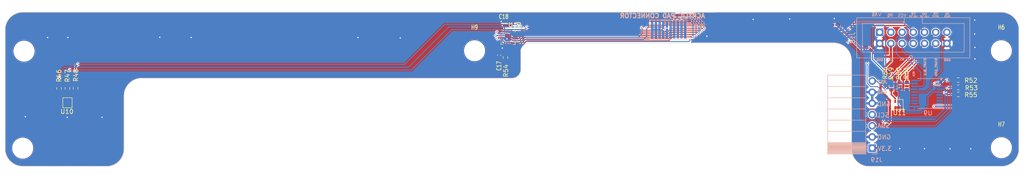
<source format=kicad_pcb>
(kicad_pcb (version 20211014) (generator pcbnew)
  (title_block (date "2022-01-31"))
  (layers (0 "F.Cu" signal) (1 "In1.Cu" signal) (2 "In2.Cu" signal) (31 "B.Cu" signal) (34 "B.Paste" user) (35 "F.Paste" user) (36 "B.SilkS" user "B.Silkscreen") (37 "F.SilkS" user "F.Silkscreen") (38 "B.Mask" user) (39 "F.Mask" user) (44 "Edge.Cuts" user))
  (net 0 "")
  (net 1 "GND")
  (net 2 "+5V")
  (net 3 "+3V3")
  (net 4 "/PCB 2/ON{slash}OFF")
  (net 5 "/PCB 2/MENU")
  (net 6 "/PCB 2/BACK")
  (net 7 "/PCB 2/LEFT")
  (net 8 "/PCB 2/SET")
  (net 9 "/PCB 2/RIGHT")
  (net 10 "/PCB 2/START")
  (net 11 "/PCB 2/SCREEN_RST")
  (net 12 "/PCB 2/SCL")
  (net 13 "/PCB 2/SDA")
  (net 14 "/PCB 2/mcu_SDA")
  (net 15 "/PCB 2/mcu_SCREEN_RST")
  (net 16 "/PCB 2/RGB_ON{slash}OFF_RED")
  (net 17 "/PCB 2/RGB_ON{slash}OFF_BLU")
  (net 18 "/PCB 2/START_RED")
  (net 19 "/PCB 2/mcu_SCL")
  (net 20 "/PCB 2/mcu_~{IRQ}")
  (net 21 "/PCB 2/RGB_ON{slash}OFF_GRN")
  (net 22 "/PCB 2/START_BLU")
  (net 23 "/PCB 2/START_GRN")
  (net 24 "/PCB 2/~{IRQ}")
  (net 25 "Net-(C17-Pad1)")
  (net 27 "Net-(R46-Pad2)")
  (net 28 "Net-(R47-Pad2)")
  (net 29 "Net-(R48-Pad2)")
  (net 30 "Net-(R49-Pad2)")
  (net 31 "Net-(R50-Pad2)")
  (net 32 "Net-(R51-Pad2)")
  (net 33 "Net-(R54-Pad1)")
  (footprint "Resistor_SMD:R_0603_1608Metric" (layer "F.Cu") (at 282.8 236.175 -90)
    (fp_text reference "R50")
    (fp_text value "150R")
  )
  (footprint "MountingHole:MountingHole_4.3mm_M4" (layer "F.Cu") (at 84.2 228.25)
    (fp_text reference "H8" hide)
    (fp_text value "MountingHole")
  )
  (footprint "MountingHole:MountingHole_4.3mm_M4" (layer "F.Cu") (at 186.4 228.15)
    (fp_text reference "H9")
    (fp_text value "MountingHole")
  )
  (footprint "Resistor_SMD:R_0603_1608Metric" (layer "F.Cu") (at 193.4 229.705 -90)
    (fp_text reference "R54")
    (fp_text value "75K")
  )
  (footprint "Capacitor_SMD:C_0402_1005Metric" (layer "F.Cu") (at 193.1 221.95 90)
    (fp_text reference "C18")
    (fp_text value "100nF")
  )
  (footprint "Capacitor_SMD:C_0402_1005Metric" (layer "F.Cu") (at 192 229.15 -90)
    (fp_text reference "C17")
    (fp_text value "100nF")
  )
  (footprint "Resistor_SMD:R_0603_1608Metric" (layer "F.Cu") (at 280.95 236.15 -90)
    (fp_text reference "R49")
    (fp_text value "100R")
  )
  (footprint "MountingHole:MountingHole_4.3mm_M4" (layer "F.Cu") (at 305.9 228.15)
    (fp_text reference "H6")
    (fp_text value "MountingHole")
  )
  (footprint "greencharge-footprints:EAST1616RGBA8" (layer "F.Cu") (at 93.335 240.63 90)
    (fp_text reference "U10")
    (fp_text value "EAST1616RGBA8")
  )
  (footprint "Resistor_SMD:R_0603_1608Metric" (layer "F.Cu") (at 296.125 236.45 180)
    (fp_text reference "R53")
    (fp_text value "4.7K")
  )
  (footprint "Resistor_SMD:R_0603_1608Metric" (layer "F.Cu") (at 296.1 234.8 180)
    (fp_text reference "R52")
    (fp_text value "4.7K")
  )
  (footprint "greencharge-footprints:EAST1616RGBA8" (layer "F.Cu") (at 281.835 241.03 90)
    (fp_text reference "U11")
    (fp_text value "EAST1616RGBA8")
  )
  (footprint "Resistor_SMD:R_0603_1608Metric" (layer "F.Cu") (at 94.05 236.675 -90)
    (fp_text reference "R47")
    (fp_text value "150R")
  )
  (footprint "Package_DFN_QFN:UQFN-20_3x3mm_P0.4mm" (layer "F.Cu") (at 194 225.1)
    (fp_text reference "U12")
    (fp_text value "MPR121QR2")
  )
  (footprint "Resistor_SMD:R_0603_1608Metric" (layer "F.Cu") (at 284.45 236.175 -90)
    (fp_text reference "R51")
    (fp_text value "100R")
  )
  (footprint "Resistor_SMD:R_0402_1005Metric" (layer "F.Cu") (at 279.5 235.54 -90)
    (fp_text reference "R56")
    (fp_text value "4.7K")
  )
  (footprint "MountingHole:MountingHole_4.3mm_M4" (layer "F.Cu") (at 83.9 250.25)
    (fp_text reference "H5" hide)
    (fp_text value "MountingHole")
  )
  (footprint "Resistor_SMD:R_0603_1608Metric" (layer "F.Cu") (at 95.9 236.65 -90)
    (fp_text reference "R48")
    (fp_text value "100R")
  )
  (footprint "MountingHole:MountingHole_4.3mm_M4" (layer "F.Cu") (at 305.9 250.15)
    (fp_text reference "H7")
    (fp_text value "MountingHole")
  )
  (footprint "Resistor_SMD:R_0603_1608Metric" (layer "F.Cu") (at 296.15 238.05 180)
    (fp_text reference "R55")
    (fp_text value "4.7K")
  )
  (footprint "Resistor_SMD:R_0603_1608Metric" (layer "F.Cu") (at 92.15 236.7 -90)
    (fp_text reference "R46")
    (fp_text value "100R")
  )
  (footprint "Connector_PinSocket_2.54mm:PinSocket_1x07_P2.54mm_Horizontal" (layer "B.Cu") (at 276.6 250.25)
    (fp_text reference "J19")
    (fp_text value "SCREEN CONNECTOR")
  )
  (footprint "Package_SO:TSSOP-20_4.4x6.5mm_P0.65mm" (layer "B.Cu") (at 289.05 237.85 180)
    (fp_text reference "U9")
    (fp_text value "TXS0108EPW")
  )
  (footprint "Connector_IDC:IDC-Header_2x07_P2.54mm_Vertical" (layer "B.Cu") (at 278.3 223.95 -90)
    (fp_text reference "J18")
    (fp_text value "Conn_02x07_Odd_Even")
  )
  (footprint "greencharge-footprints:custom_connector_0.83pitch" (layer "B.Cu") (at 234.175 223.375 180)
    (fp_text reference "J20")
    (fp_text value "Conn_01x10_Male")
  )
  (gr_line (start 194.9 234.4) (end 110.9 234.4) (layer "Edge.Cuts") (width 0.1))
  (gr_line (start 79.9 250.371573) (end 79.9 223.4) (layer "Edge.Cuts") (width 0.1))
  (gr_arc (start 196.9 228.4) (mid 197.485786 226.985786) (end 198.9 226.4) (layer "Edge.Cuts") (width 0.1))
  (gr_line (start 271.9 250.4) (end 271.9 230.4) (layer "Edge.Cuts") (width 0.1))
  (gr_arc (start 267.9 226.4) (mid 270.728427 227.571573) (end 271.9 230.4) (layer "Edge.Cuts") (width 0.1))
  (gr_line (start 309.9 223.4) (end 309.9 250.4) (layer "Edge.Cuts") (width 0.1))
  (gr_arc (start 196.9 232.4) (mid 196.314214 233.814214) (end 194.9 234.4) (layer "Edge.Cuts") (width 0.1))
  (gr_arc (start 275.9 254.4) (mid 273.071573 253.228427) (end 271.9 250.4) (layer "Edge.Cuts") (width 0.1))
  (gr_line (start 305.9 254.4) (end 275.9 254.4) (layer "Edge.Cuts") (width 0.1))
  (gr_line (start 267.9 226.4) (end 198.9 226.4) (layer "Edge.Cuts") (width 0.1))
  (gr_arc (start 305.9 219.4) (mid 308.728427 220.571573) (end 309.9 223.4) (layer "Edge.Cuts") (width 0.1))
  (gr_line (start 83.9 219.4) (end 305.9 219.4) (layer "Edge.Cuts") (width 0.1))
  (gr_line (start 196.9 228.4) (end 196.9 232.4) (layer "Edge.Cuts") (width 0.1))
  (gr_arc (start 106.9 238.4) (mid 108.071573 235.571573) (end 110.9 234.4) (layer "Edge.Cuts") (width 0.1))
  (gr_line (start 106.9 238.4) (end 106.9 250.4) (layer "Edge.Cuts") (width 0.1))
  (gr_arc (start 79.9 223.4) (mid 81.071573 220.571573) (end 83.9 219.4) (layer "Edge.Cuts") (width 0.1))
  (gr_arc (start 106.9 250.4) (mid 105.728427 253.228427) (end 102.9 254.4) (layer "Edge.Cuts") (width 0.1))
  (gr_arc (start 83.9 254.371573) (mid 81.071573 253.2) (end 79.9 250.371573) (layer "Edge.Cuts") (width 0.1))
  (gr_line (start 102.9 254.4) (end 83.9 254.371573) (layer "Edge.Cuts") (width 0.1))
  (gr_arc (start 309.9 250.4) (mid 308.728427 253.228427) (end 305.9 254.4) (layer "Edge.Cuts") (width 0.1))
  (gr_text "ON/OFF\nGRN" (at 288.475 220.025 180) (layer "B.SilkS") (effects (font (size 0.35 0.35) (thickness 0.0875)) (justify mirror)))
  (gr_text "ACRYLIC PAD CONNECTOR" (at 229.025 220.225) (layer "B.SilkS") (effects (font (size 1 1) (thickness 0.25)) (justify mirror)))
  (gr_text "START_GRN" (at 291.125 231.875 90) (layer "B.SilkS") (effects (font (size 0.5 0.5) (thickness 0.125)) (justify mirror)))
  (gr_text "GND" (at 279.25 240.25) (layer "B.SilkS") (effects (font (size 1 1)) (justify mirror)))
  (gr_text "START\nRED" (at 291 219.975 180) (layer "B.SilkS") (effects (font (size 0.35 0.35) (thickness 0.0875)) (justify mirror)))
  (gr_text "START_BLU" (at 288.6 231.8 90) (layer "B.SilkS") (effects (font (size 0.5 0.5) (thickness 0.125)) (justify mirror)))
  (gr_text "GND" (at 278.825 237.55) (layer "B.SilkS") (effects (font (size 0.7 0.7)) (justify mirror)))
  (gr_text "GND" (at 279.3 247.75) (layer "B.SilkS") (effects (font (size 1 1)) (justify mirror)))
  (gr_text "SDA" (at 283.375 220.075 180) (layer "B.SilkS") (effects (font (size 0.7 0.7) (thickness 0.1)) (justify mirror)))
  (gr_text "RST" (at 278.825 235.2) (layer "B.SilkS") (effects (font (size 0.7 0.7)) (justify mirror)))
  (gr_text "~{IRQ}" (at 280.7 220.175) (layer "B.SilkS") (effects (font (size 0.5 0.5) (thickness 0.1)) (justify mirror)))
  (gr_text "SDA" (at 279.2 245.15) (layer "B.SilkS") (effects (font (size 1 1)) (justify mirror)))
  (gr_text "SCL" (at 283.325 230.125) (layer "B.SilkS") (effects (font (size 0.4 0.4) (thickness 0.1)) (justify mirror)))
  (gr_text "ON/OFF RED" (at 286.05 232.05 90) (layer "B.SilkS") (effects (font (size 0.4 0.4) (thickness 0.1)) (justify mirror)))
  (gr_text "3.3V" (at 280.825 230.15) (layer "B.SilkS") (effects (font (size 0.4 0.4) (thickness 0.1)) (justify mirror)))
  (gr_text "ON/OFF\nBLU" (at 285.975 220.025 180) (layer "B.SilkS") (effects (font (size 0.35 0.35) (thickness 0.0875)) (justify mirror)))
  (gr_text "SCRN\nRST" (at 293.65 220.025 180) (layer "B.SilkS") (effects (font (size 0.35 0.35) (thickness 0.0875)) (justify mirror)))
  (gr_text "3.3V" (at 279.45 250.35) (layer "B.SilkS") (effects (font (size 1 1)) (justify mirror)))
  (gr_text "GND" (at 278.3 230.25) (layer "B.SilkS") (effects (font (size 0.5 0.5) (thickness 0.125)) (justify mirror)))
  (gr_text "SCL" (at 279.05 242.75) (layer "B.SilkS") (effects (font (size 1 1)) (justify mirror)))
  (gr_text "5V" (at 277.15 219.925 180) (layer "B.SilkS") (effects (font (size 0.7 0.7)) (justify mirror)))
  (gr_text "GND" (at 293.625 230.25) (layer "B.SilkS") (effects (font (size 0.5 0.5) (thickness 0.125)) (justify mirror)))
  (segment (start 193.7 225.5) (end 193.75 225.45) (width 0.2) (layer "F.Cu") (net 1))
  (segment (start 193.1 221.47) (end 192.48 221.47) (width 0.5) (layer "F.Cu") (net 1))
  (segment (start 193.2 226.4875) (end 193.2 227.05) (width 0.2) (layer "F.Cu") (net 1))
  (segment (start 192.48 221.47) (end 192.45 221.5) (width 0.5) (layer "F.Cu") (net 1))
  (segment (start 193.2 227.05) (end 192.7 227.55) (width 0.2) (layer "F.Cu") (net 1))
  (segment (start 193.65 225.5) (end 193.7 225.5) (width 0.2) (layer "F.Cu") (net 1))
  (segment (start 192.6125 225.5) (end 193.65 225.5) (width 0.2) (layer "F.Cu") (net 1))
  (via (at 299.85 221.2) (size 0.5) (drill 0.3) (layers "F.Cu" "B.Cu") (net 1))
  (via (at 192.45 221.5) (size 0.5) (drill 0.3) (layers "F.Cu" "B.Cu") (net 1))
  (via (at 89.55 225.15) (size 0.5) (drill 0.3) (layers "F.Cu" "B.Cu") (net 1))
  (via (at 193.75 225.45) (size 0.5) (drill 0.3) (layers "F.Cu" "B.Cu") (net 1))
  (via (at 249.6 221.05) (size 0.5) (drill 0.3) (layers "F.Cu" "B.Cu") (net 1))
  (via (at 299.85 224.35) (size 0.5) (drill 0.3) (layers "F.Cu" "B.Cu") (net 1))
  (via (at 94.15 225.15) (size 0.5) (drill 0.3) (layers "F.Cu" "B.Cu") (net 1))
  (via (at 288.45 250.35) (size 0.5) (drill 0.3) (layers "F.Cu" "B.Cu") (net 1))
  (via (at 299.9 227.4) (size 0.5) (drill 0.3) (layers "F.Cu" "B.Cu") (net 1))
  (via (at 268 220.85) (size 0.5) (drill 0.3) (layers "F.Cu" "B.Cu") (net 1))
  (via (at 159.95 225.15) (size 0.5) (drill 0.3) (layers "F.Cu" "B.Cu") (net 1))
  (via (at 239.1 224.85) (size 0.5) (drill 0.3) (layers "F.Cu" "B.Cu") (net 1))
  (via (at 282.85 250.35) (size 0.5) (drill 0.3) (layers "F.Cu" "B.Cu") (net 1))
  (via (at 84.5 243.1) (size 0.5) (drill 0.3) (layers "F.Cu" "B.Cu") (net 1))
  (via (at 122.1 225.15) (size 0.5) (drill 0.3) (layers "F.Cu" "B.Cu") (net 1))
  (via (at 169.55 225.25) (size 0.5) (drill 0.3) (layers "F.Cu" "B.Cu") (net 1))
  (via (at 257.9 220.95) (size 0.5) (drill 0.3) (layers "F.Cu" "B.Cu") (net 1))
  (via (at 299.9 230) (size 0.5) (drill 0.3) (layers "F.Cu" "B.Cu") (net 1))
  (via (at 192.7 227.55) (size 0.5) (drill 0.3) (layers "F.Cu" "B.Cu") (net 1))
  (via (at 94 243.25) (size 0.5) (drill 0.3) (layers "F.Cu" "B.Cu") (net 1))
  (via (at 115 225.1) (size 0.5) (drill 0.3) (layers "F.Cu" "B.Cu") (net 1))
  (via (at 298.95 250.4) (size 0.5) (drill 0.3) (layers "F.Cu" "B.Cu") (net 1))
  (via (at 294.25 250.4) (size 0.5) (drill 0.3) (layers "F.Cu" "B.Cu") (net 1))
  (via (at 101.9 243.25) (size 0.5) (drill 0.3) (layers "F.Cu" "B.Cu") (net 1))
  (segment (start 279.65 231.9) (end 279.65 225.3) (width 0.254) (layer "B.Cu") (net 2))
  (segment (start 283.325 235.575) (end 279.65 231.9) (width 0.254) (layer "B.Cu") (net 2))
  (segment (start 279.65 225.3) (end 278.3 223.95) (width 0.254) (layer "B.Cu") (net 2))
  (segment (start 286.1875 235.575) (end 283.325 235.575) (width 0.254) (layer "B.Cu") (net 2))
  (segment (start 291.8 235.6) (end 293.75 233.65) (width 0.5) (layer "F.Cu") (net 3))
  (segment (start 297.1 233.85) (end 297.1 234.625) (width 0.5) (layer "F.Cu") (net 3))
  (segment (start 194.72 222.43) (end 193.1 222.43) (width 0.5) (layer "F.Cu") (net 3))
  (segment (start 278.5 237.3) (end 278.5 235.903364) (width 0.5) (layer "F.Cu") (net 3))
  (segment (start 279.45 231.85) (end 279.45 234.98) (width 0.5) (layer "F.Cu") (net 3))
  (segment (start 268.1 222.3) (end 242.9 222.3) (width 0.5) (layer "F.Cu") (net 3))
  (segment (start 280.84 229.51) (end 277.86 229.51) (width 0.5) (layer "F.Cu") (net 3))
  (segment (start 278.7 250.1) (end 278.7 246.1) (width 0.5) (layer "F.Cu") (net 3))
  (segment (start 280.84 230.46) (end 279.45 231.85) (width 0.5) (layer "F.Cu") (net 3))
  (segment (start 196.15 221) (end 194.72 222.43) (width 0.5) (layer "F.Cu") (net 3))
  (segment (start 298.2 240.8) (end 298.3 240.7) (width 0.5) (layer "F.Cu") (net 3))
  (segment (start 193.2 222.53) (end 193.1 222.43) (width 0.2) (layer "F.Cu") (net 3))
  (segment (start 276.6 250.25) (end 278.55 250.25) (width 0.5) (layer "F.Cu") (net 3))
  (segment (start 290.8 235.6) (end 291.8 235.6) (width 0.5) (layer "F.Cu") (net 3))
  (segment (start 298.5 235.35) (end 297.95 234.8) (width 0.5) (layer "F.Cu") (net 3))
  (segment (start 224.268238 219.96644) (end 223.234678 221) (width 0.5) (layer "F.Cu") (net 3))
  (segment (start 298.35 236.45) (end 298.5 236.3) (width 0.5) (layer "F.Cu") (net 3))
  (segment (start 240.75 220.15) (end 231.79807 220.15) (width 0.5) (layer "F.Cu") (net 3))
  (segment (start 193.2 223.7125) (end 193.2 222.53) (width 0.2) (layer "F.Cu") (net 3))
  (segment (start 290.65 240.8) (end 298.2 240.8) (width 0.5) (layer "F.Cu") (net 3))
  (segment (start 297.95 234.8) (end 296.925 234.8) (width 0.5) (layer "F.Cu") (net 3))
  (segment (start 298.5 240.5) (end 298.5 237.85) (width 0.5) (layer "F.Cu") (net 3))
  (segment (start 279.45 234.98) (end 279.5 235.03) (width 0.5) (layer "F.Cu") (net 3))
  (segment (start 298.3 238.05) (end 298.5 237.85) (width 0.5) (layer "F.Cu") (net 3))
  (segment (start 293.75 233.65) (end 296.9 233.65) (width 0.5) (layer "F.Cu") (net 3))
  (segment (start 242.9 222.3) (end 240.75 220.15) (width 0.5) (layer "F.Cu") (net 3))
  (segment (start 297.1 234.625) (end 296.925 234.8) (width 0.5) (layer "F.Cu") (net 3))
  (segment (start 298.5 237.85) (end 298.5 236.3) (width 0.5) (layer "F.Cu") (net 3))
  (segment (start 298.5 236.3) (end 298.5 235.35) (width 0.5) (layer "F.Cu") (net 3))
  (segment (start 278.5 235.903364) (end 279.373364 235.03) (width 0.5) (layer "F.Cu") (net 3))
  (segment (start 280.6 244.2) (end 280.6 239.4) (width 0.5) (layer "F.Cu") (net 3))
  (segment (start 278.7 246.1) (end 280.6 244.2) (width 0.5) (layer "F.Cu") (net 3))
  (segment (start 280.6 239.4) (end 278.5 237.3) (width 0.5) (layer "F.Cu") (net 3))
  (segment (start 279.373364 235.03) (end 279.5 235.03) (width 0.5) (layer "F.Cu") (net 3))
  (segment (start 231.79807 220.15) (end 231.61451 219.96644) (width 0.5) (layer "F.Cu") (net 3))
  (segment (start 298.3 240.7) (end 298.5 240.5) (width 0.5) (layer "F.Cu") (net 3))
  (segment (start 223.234678 221) (end 196.15 221) (width 0.5) (layer "F.Cu") (net 3))
  (segment (start 292.9 246.1) (end 298.3 240.7) (width 0.5) (layer "F.Cu") (net 3))
  (segment (start 280.84 229.51) (end 280.84 230.46) (width 0.5) (layer "F.Cu") (net 3))
  (segment (start 296.975 238.05) (end 298.3 238.05) (width 0.5) (layer "F.Cu") (net 3))
  (segment (start 296.95 236.45) (end 298.35 236.45) (width 0.5) (layer "F.Cu") (net 3))
  (segment (start 231.61451 219.96644) (end 224.268238 219.96644) (width 0.5) (layer "F.Cu") (net 3))
  (segment (start 278.55 250.25) (end 278.7 250.1) (width 0.5) (layer "F.Cu") (net 3))
  (segment (start 280.84 226.49) (end 280.84 229.51) (width 0.5) (layer "F.Cu") (net 3))
  (segment (start 277.86 229.51) (end 275.875 227.525) (width 0.5) (layer "F.Cu") (net 3))
  (segment (start 296.9 233.65) (end 297.1 233.85) (width 0.5) (layer "F.Cu") (net 3))
  (segment (start 278.7 246.1) (end 292.9 246.1) (width 0.5) (layer "F.Cu") (net 3))
  (via (at 290.65 240.8) (size 0.5) (drill 0.3) (layers "F.Cu" "B.Cu") (net 3))
  (via (at 268.1 222.3) (size 0.5) (drill 0.3) (layers "F.Cu" "B.Cu") (net 3))
  (via (at 290.8 235.6) (size 0.5) (drill 0.3) (layers "F.Cu" "B.Cu") (net 3))
  (via (at 275.875 227.525) (size 0.5) (drill 0.3) (layers "F.Cu" "B.Cu") (net 3))
  (segment (start 268.65 222.3) (end 273.85 227.5) (width 0.5) (layer "B.Cu") (net 3))
  (segment (start 273.85 227.5) (end 275.85 227.5) (width 0.5) (layer "B.Cu") (net 3))
  (segment (start 268.1 222.3) (end 268.65 222.3) (width 0.5) (layer "B.Cu") (net 3))
  (segment (start 291.9125 235.575) (end 290.825 235.575) (width 0.254) (layer "B.Cu") (net 3))
  (segment (start 290.825 235.575) (end 290.8 235.6) (width 0.254) (layer "B.Cu") (net 3))
  (segment (start 290.675 240.775) (end 290.65 240.8) (width 0.254) (layer "B.Cu") (net 3))
  (segment (start 291.9125 240.775) (end 290.675 240.775) (width 0.254) (layer "B.Cu") (net 3))
  (segment (start 275.85 227.5) (end 275.875 227.525) (width 0.5) (layer "B.Cu") (net 3))
  (segment (start 230.42743 225.8976) (end 198.283324 225.8976) (width 0.2) (layer "F.Cu") (net 4))
  (segment (start 235.35 225) (end 235.839762 225) (width 0.2) (layer "F.Cu") (net 4))
  (segment (start 231.32503 225) (end 230.42743 225.8976) (width 0.2) (layer "F.Cu") (net 4))
  (segment (start 196.280924 227.9) (end 195.6 227.9) (width 0.2) (layer "F.Cu") (net 4))
  (segment (start 194 227.55) (end 194.35 227.9) (width 0.2) (layer "F.Cu") (net 4))
  (segment (start 194 226.4875) (end 194 227.55) (width 0.2) (layer "F.Cu") (net 4))
  (segment (start 235.839762 225) (end 235.889262 225.0495) (width 0.2) (layer "F.Cu") (net 4))
  (segment (start 198.283324 225.8976) (end 196.280924 227.9) (width 0.2) (layer "F.Cu") (net 4))
  (segment (start 235.889262 225) (end 235.35 225) (width 0.2) (layer "F.Cu") (net 4))
  (segment (start 194.35 227.9) (end 195.6 227.9) (width 0.2) (layer "F.Cu") (net 4))
  (segment (start 235.35 225) (end 231.32503 225) (width 0.2) (layer "F.Cu") (net 4))
  (segment (start 195.05 227.9) (end 195.6 227.9) (width 0.2) (layer "F.Cu") (net 4))
  (via (at 235.889262 225.0495) (size 0.5) (drill 0.3) (layers "F.Cu" "B.Cu") (net 4))
  (segment (start 234.175 221.525) (end 234.175 223.375) (width 0.2) (layer "B.Cu") (net 4))
  (segment (start 234.25 221.45) (end 234.175 221.525) (width 0.2) (layer "B.Cu") (net 4))
  (segment (start 234.175 221.675) (end 234.35 221.5) (width 0.2) (layer "B.Cu") (net 4))
  (segment (start 235.950717 224.987545) (end 235.950717 222.050717) (width 0.2) (layer "B.Cu") (net 4))
  (segment (start 234.175 223.375) (end 234.175 221.675) (width 0.2) (layer "B.Cu") (net 4))
  (segment (start 235.35 221.45) (end 234.25 221.45) (width 0.2) (layer "B.Cu") (net 4))
  (segment (start 235.950717 222.050717) (end 235.35 221.45) (width 0.2) (layer "B.Cu") (net 4))
  (segment (start 198.026882 225.49808) (end 196.024962 227.5) (width 0.2) (layer "F.Cu") (net 5))
  (segment (start 194.4 227.384994) (end 194.4 226.4875) (width 0.2) (layer "F.Cu") (net 5))
  (segment (start 194.515006 227.5) (end 194.4 227.384994) (width 0.2) (layer "F.Cu") (net 5))
  (segment (start 231.260024 224.5) (end 230.261944 225.49808) (width 0.2) (layer "F.Cu") (net 5))
  (segment (start 236.693779 224.5) (end 231.260024 224.5) (width 0.2) (layer "F.Cu") (net 5))
  (segment (start 236.719279 224.4745) (end 236.693779 224.5) (width 0.2) (layer "F.Cu") (net 5))
  (segment (start 196.024962 227.5) (end 194.515006 227.5) (width 0.2) (layer "F.Cu") (net 5))
  (segment (start 230.261944 225.49808) (end 198.026882 225.49808) (width 0.2) (layer "F.Cu") (net 5))
  (via (at 236.693779 224.5) (size 0.5) (drill 0.3) (layers "F.Cu" "B.Cu") (net 5))
  (segment (start 235.515006 221.05) (end 233.7 221.05) (width 0.2) (layer "B.Cu") (net 5))
  (segment (start 236.719279 224.4745) (end 236.65 224.405221) (width 0.2) (layer "B.Cu") (net 5))
  (segment (start 233.345 221.405) (end 233.345 223.375) (width 0.2) (layer "B.Cu") (net 5))
  (segment (start 236.65 224.405221) (end 236.65 222.184994) (width 0.2) (layer "B.Cu") (net 5))
  (segment (start 233.7 221.05) (end 233.345 221.405) (width 0.2) (layer "B.Cu") (net 5))
  (segment (start 236.65 222.184994) (end 235.515006 221.05) (width 0.2) (layer "B.Cu") (net 5))
  (segment (start 230.096458 225.09856) (end 197.861409 225.09856) (width 0.2) (layer "F.Cu") (net 6))
  (segment (start 231.245018 223.95) (end 230.096458 225.09856) (width 0.2) (layer "F.Cu") (net 6))
  (segment (start 197.861409 225.09856) (end 196.472469 226.4875) (width 0.2) (layer "F.Cu") (net 6))
  (segment (start 237.3 224.05) (end 237.2 223.95) (width 0.2) (layer "F.Cu") (net 6))
  (segment (start 237.2 223.95) (end 231.245018 223.95) (width 0.2) (layer "F.Cu") (net 6))
  (segment (start 196.472469 226.4875) (end 194.8 226.4875) (width 0.2) (layer "F.Cu") (net 6))
  (via (at 237.3 224.05) (size 0.5) (drill 0.3) (layers "F.Cu" "B.Cu") (net 6))
  (segment (start 235.680012 220.65) (end 233.2 220.65) (width 0.2) (layer "B.Cu") (net 6))
  (segment (start 237.3 224.05) (end 237.3 222.269988) (width 0.2) (layer "B.Cu") (net 6))
  (segment (start 237.3 222.269988) (end 235.680012 220.65) (width 0.2) (layer "B.Cu") (net 6))
  (segment (start 233.2 220.65) (end 232.515 221.335) (width 0.2) (layer "B.Cu") (net 6))
  (segment (start 232.515 221.335) (end 232.515 223.375) (width 0.2) (layer "B.Cu") (net 6))
  (segment (start 196.494975 225.9) (end 195.3875 225.9) (width 0.2) (layer "F.Cu") (net 7))
  (segment (start 229.930972 224.69904) (end 197.695935 224.69904) (width 0.2) (layer "F.Cu") (net 7))
  (segment (start 237.85 223.6) (end 237.75 223.5) (width 0.2) (layer "F.Cu") (net 7))
  (segment (start 237.75 223.5) (end 231.130012 223.5) (width 0.2) (layer "F.Cu") (net 7))
  (segment (start 197.695935 224.69904) (end 196.494975 225.9) (width 0.2) (layer "F.Cu") (net 7))
  (segment (start 231.130012 223.5) (end 229.930972 224.69904) (width 0.2) (layer "F.Cu") (net 7))
  (via (at 237.85 223.6) (size 0.5) (drill 0.3) (layers "F.Cu" "B.Cu") (net 7))
  (segment (start 231.685 221.175) (end 231.685 223.375) (width 0.2) (layer "B.Cu") (net 7))
  (segment (start 232.60952 220.25048) (end 231.685 221.175) (width 0.2) (layer "B.Cu") (net 7))
  (segment (start 235.95048 220.25048) (end 232.60952 220.25048) (width 0.2) (layer "B.Cu") (net 7))
  (segment (start 237.85 223.6) (end 237.737104 223.487104) (width 0.2) (layer "B.Cu") (net 7))
  (segment (start 237.737104 223.487104) (end 237.737104 222.037104) (width 0.2) (layer "B.Cu") (net 7))
  (segment (start 237.737104 222.037104) (end 235.95048 220.25048) (width 0.2) (layer "B.Cu") (net 7))
  (segment (start 238.3 223.05) (end 231.015006 223.05) (width 0.2) (layer "F.Cu") (net 8))
  (segment (start 238.4 223.15) (end 238.3 223.05) (width 0.2) (layer "F.Cu") (net 8))
  (segment (start 196.28063 225.49951) (end 195.38799 225.49951) (width 0.2) (layer "F.Cu") (net 8))
  (segment (start 229.765486 224.29952) (end 197.48062 224.29952) (width 0.2) (layer "F.Cu") (net 8))
  (segment (start 195.38799 225.49951) (end 195.3875 225.5) (width 0.2) (layer "F.Cu") (net 8))
  (segment (start 197.48062 224.29952) (end 196.28063 225.49951) (width 0.2) (layer "F.Cu") (net 8))
  (segment (start 231.015006 223.05) (end 229.765486 224.29952) (width 0.2) (layer "F.Cu") (net 8))
  (via (at 238.4 223.15) (size 0.5) (drill 0.3) (layers "F.Cu" "B.Cu") (net 8))
  (segment (start 230.855 221.175) (end 230.855 223.375) (width 0.2) (layer "B.Cu") (net 8))
  (segment (start 236.115967 219.850961) (end 232.179039 219.850961) (width 0.2) (layer "B.Cu") (net 8))
  (segment (start 238.4 223.15) (end 238.4 222.134994) (width 0.2) (layer "B.Cu") (net 8))
  (segment (start 232.179039 219.850961) (end 230.855 221.175) (width 0.2) (layer "B.Cu") (net 8))
  (segment (start 238.4 222.134994) (end 236.115967 219.850961) (width 0.2) (layer "B.Cu") (net 8))
  (segment (start 197.315147 223.9) (end 229.6 223.9) (width 0.2) (layer "F.Cu") (net 9))
  (segment (start 230.025 223.475) (end 230.025 223.025) (width 0.2) (layer "F.Cu") (net 9))
  (segment (start 229.6 223.9) (end 230.025 223.475) (width 0.2) (layer "F.Cu") (net 9))
  (segment (start 196.115146 225.1) (end 197.315147 223.9) (width 0.2) (layer "F.Cu") (net 9))
  (segment (start 195.3875 225.1) (end 196.115146 225.1) (width 0.2) (layer "F.Cu") (net 9))
  (via (at 230.025 223.025) (size 0.5) (drill 0.3) (layers "F.Cu" "B.Cu") (net 9))
  (segment (start 230.025 223.375) (end 230.025 222.825) (width 0.2) (layer "B.Cu") (net 9))
  (segment (start 229.25 223.3755) (end 229.12502 223.50048) (width 0.2) (layer "F.Cu") (net 10))
  (segment (start 195.950153 224.7) (end 197.125076 223.525076) (width 0.2) (layer "F.Cu") (net 10))
  (segment (start 228.79952 223.50048) (end 228.9495 223.3505) (width 0.2) (layer "F.Cu") (net 10))
  (segment (start 195.3875 224.7) (end 195.950153 224.7) (width 0.2) (layer "F.Cu") (net 10))
  (segment (start 197.149672 223.50048) (end 197.125076 223.525076) (width 0.2) (layer "F.Cu") (net 10))
  (segment (start 228.9495 223.3505) (end 229.25 223.3505) (width 0.2) (layer "F.Cu") (net 10))
  (segment (start 229.12502 223.50048) (end 228.79952 223.50048) (width 0.2) (layer "F.Cu") (net 10))
  (segment (start 228.79952 223.50048) (end 197.149672 223.50048) (width 0.2) (layer "F.Cu") (net 10))
  (via (at 229.25 223.3505) (size 0.5) (drill 0.3) (layers "F.Cu" "B.Cu") (net 10))
  (segment (start 229.195 223.375) (end 229.2495 223.375) (width 0.2) (layer "B.Cu") (net 10))
  (segment (start 279.5 236.4) (end 279.5 236.05) (width 0.254) (layer "F.Cu") (net 11))
  (segment (start 279.6 236.75) (end 279.6 236.5) (width 0.254) (layer "F.Cu") (net 11))
  (segment (start 279.6 236.5) (end 279.5 236.4) (width 0.254) (layer "F.Cu") (net 11))
  (via (at 279.6 236.75) (size 0.5) (drill 0.3) (layers "F.Cu" "B.Cu") (net 11))
  (segment (start 282.5 237.4) (end 282.5 240.5) (width 0.254) (layer "B.Cu") (net 11))
  (segment (start 281.85 236.75) (end 282.5 237.4) (width 0.254) (layer "B.Cu") (net 11))
  (segment (start 287.65 242.3) (end 289.25 240.7) (width 0.254) (layer "B.Cu") (net 11))
  (segment (start 278.95 236.35) (end 279.35 236.75) (width 0.254) (layer "B.Cu") (net 11))
  (segment (start 279.35 236.75) (end 279.6 236.75) (width 0.254) (layer "B.Cu") (net 11))
  (segment (start 289.25 238.7) (end 290.425 237.525) (width 0.254) (layer "B.Cu") (net 11))
  (segment (start 289.25 240.7) (end 289.25 238.7) (width 0.254) (layer "B.Cu") (net 11))
  (segment (start 284.3 242.3) (end 287.65 242.3) (width 0.254) (layer "B.Cu") (net 11))
  (segment (start 282.5 240.5) (end 284.3 242.3) (width 0.254) (layer "B.Cu") (net 11))
  (segment (start 277.61 235.01) (end 278.95 236.35) (width 0.254) (layer "B.Cu") (net 11))
  (segment (start 276.6 235.01) (end 277.61 235.01) (width 0.254) (layer "B.Cu") (net 11))
  (segment (start 290.425 237.525) (end 291.9125 237.525) (width 0.254) (layer "B.Cu") (net 11))
  (segment (start 279.6 236.75) (end 281.85 236.75) (width 0.254) (layer "B.Cu") (net 11))
  (segment (start 274.95 228.7) (end 274.95 240.95) (width 0.2) (layer "F.Cu") (net 12))
  (segment (start 225.625 222.95098) (end 225.45 222.95098) (width 0.2) (layer "F.Cu") (net 12))
  (segment (start 225.799958 222.776022) (end 229.142151 222.776021) (width 0.2) (layer "F.Cu") (net 12))
  (segment (start 229.142151 222.776021) (end 229.64215 222.276022) (width 0.2) (layer "F.Cu") (net 12))
  (segment (start 191.2 224.75) (end 191.25 224.7) (width 0.2) (layer "F.Cu") (net 12))
  (segment (start 295.3 236.45) (end 293.75 236.45) (width 0.254) (layer "F.Cu") (net 12))
  (segment (start 238.768074 222.48308) (end 241.434994 225.15) (width 0.2) (layer "F.Cu") (net 12))
  (segment (start 192.6125 224.7) (end 191.7 224.7) (width 0.2) (layer "F.Cu") (net 12))
  (segment (start 274.95 240.95) (end 275.4 241.4) (width 0.254) (layer "F.Cu") (net 12))
  (segment (start 191.7 224.7) (end 191.5549 224.7) (width 0.2) (layer "F.Cu") (net 12))
  (segment (start 230.576022 222.276022) (end 230.78308 222.48308) (width 0.2) (layer "F.Cu") (net 12))
  (segment (start 225.68799 222.88799) (end 225.799958 222.776022) (width 0.2) (layer "F.Cu") (net 12))
  (segment (start 279.15 242.4) (end 279.15 244.2) (width 0.254) (layer "F.Cu") (net 12))
  (segment (start 278.15 241.4) (end 279.15 242.4) (width 0.254) (layer "F.Cu") (net 12))
  (segment (start 293.75 236.45) (end 293.7 236.5) (width 0.254) (layer "F.Cu") (net 12))
  (segment (start 271.4 225.15) (end 274.95 228.7) (width 0.2) (layer "F.Cu") (net 12))
  (segment (start 225.68799 222.88799) (end 225.625 222.95098) (width 0.2) (layer "F.Cu") (net 12))
  (segment (start 191.5549 224.7) (end 191.5353 224.7196) (width 0.2) (layer "F.Cu") (net 12))
  (segment (start 225.6 222.97598) (end 225.68799 222.88799) (width 0.2) (layer "F.Cu") (net 12))
  (segment (start 191.25 224.7) (end 191.7 224.7) (width 0.2) (layer "F.Cu") (net 12))
  (segment (start 229.64215 222.276022) (end 230.576022 222.276022) (width 0.2) (layer "F.Cu") (net 12))
  (segment (start 230.78308 222.48308) (end 238.768074 222.48308) (width 0.2) (layer "F.Cu") (net 12))
  (segment (start 241.434994 225.15) (end 271.4 225.15) (width 0.2) (layer "F.Cu") (net 12))
  (segment (start 275.4 241.4) (end 278.15 241.4) (width 0.254) (layer "F.Cu") (net 12))
  (via (at 225.45 222.95098) (size 0.5) (drill 0.3) (layers "F.Cu" "B.Cu") (net 12))
  (via (at 191.2 224.75) (size 0.5) (drill 0.3) (layers "F.Cu" "B.Cu") (net 12))
  (via (at 279.15 244.2) (size 0.5) (drill 0.3) (layers "F.Cu" "B.Cu") (net 12))
  (via (at 293.7 236.6) (size 0.5) (drill 0.3) (layers "F.Cu" "B.Cu") (net 12))
  (segment (start 191.5353 224.7196) (end 191.2304 224.7196) (width 0.2) (layer "B.Cu") (net 12))
  (segment (start 293.7 236.5) (end 293.425 236.225) (width 0.254) (layer "B.Cu") (net 12))
  (segment (start 293.425 236.225) (end 291.9125 236.225) (width 0.254) (layer "B.Cu") (net 12))
  (segment (start 191.5353 224.7196) (end 193.8696 224.7196) (width 0.2) (layer "B.Cu") (net 12))
  (segment (start 276.6 242.63) (end 278.17 244.2) (width 0.254) (layer "B.Cu") (net 12))
  (segment (start 195 225.85) (end 197.5 225.85) (width 0.2) (layer "B.Cu") (net 12))
  (segment (start 197.5 225.85) (end 197.7 225.65) (width 0.2) (layer "B.Cu") (net 12))
  (segment (start 278.17 244.2) (end 279.15 244.2) (width 0.254) (layer "B.Cu") (net 12))
  (segment (start 291 244.2) (end 293.7 241.5) (width 0.254) (layer "B.Cu") (net 12))
  (segment (start 293.7 236.6) (end 293.7 236.5) (width 0.254) (layer "B.Cu") (net 12))
  (segment (start 293.7 241.5) (end 293.7 236.6) (width 0.254) (layer "B.Cu") (net 12))
  (segment (start 197.7 225.65) (end 197.7 225.6) (width 0.2) (layer "B.Cu") (net 12))
  (segment (start 279.15 244.2) (end 291 244.2) (width 0.254) (layer "B.Cu") (net 12))
  (segment (start 193.8696 224.7196) (end 194.55 225.4) (width 0.2) (layer "B.Cu") (net 12))
  (segment (start 225.45 224.85) (end 224.7 225.6) (width 0.2) (layer "B.Cu") (net 12))
  (segment (start 194.55 225.4) (end 195 225.85) (width 0.2) (layer "B.Cu") (net 12))
  (segment (start 225.45 222.95098) (end 225.45 224.85) (width 0.2) (layer "B.Cu") (net 12))
  (segment (start 191.2304 224.7196) (end 191.2 224.75) (width 0.2) (layer "B.Cu") (net 12))
  (segment (start 197.7 225.6) (end 224.7 225.6) (width 0.2) (layer "B.Cu") (net 12))
  (segment (start 293.575 234.875) (end 293.525 234.925) (width 0.254) (layer "F.Cu") (net 13))
  (segment (start 235.35 225.65) (end 270.7 225.65) (width 0.2) (layer "F.Cu") (net 13))
  (segment (start 192.6125 225.1) (end 191.9 225.1) (width 0.2) (layer "F.Cu") (net 13))
  (segment (start 295.275 234.8) (end 293.65 234.8) (width 0.254) (layer "F.Cu") (net 13))
  (segment (start 270.7 225.65) (end 271.225 226.175) (width 0.2) (layer "F.Cu") (net 13))
  (segment (start 293.65 234.8) (end 293.575 234.875) (width 0.254) (layer "F.Cu") (net 13))
  (segment (start 191.9 225.1) (end 191.6 225.4) (width 0.2) (layer "F.Cu") (net 13))
  (via (at 191.6 225.4) (size 0.5) (drill 0.3) (layers "F.Cu" "B.Cu") (net 13))
  (via (at 235.3 225.7) (size 0.5) (drill 0.3) (layers "F.Cu" "B.Cu") (net 13))
  (via (at 271.225 226.175) (size 0.5) (drill 0.3) (layers "F.Cu" "B.Cu") (net 13))
  (via (at 293.575 234.875) (size 0.5) (drill 0.3) (layers "F.Cu" "B.Cu") (net 13))
  (segment (start 193.25 226.3) (end 192.35 225.4) (width 0.2) (layer "B.Cu") (net 13))
  (segment (start 278.05 244.8) (end 278.05 245.15) (width 0.254) (layer "B.Cu") (net 13))
  (segment (start 271.25048 226.20048) (end 274.25 229.2) (width 0.2) (layer "B.Cu") (net 13))
  (segment (start 235 226.05) (end 198 226.05) (width 0.2) (layer "B.Cu") (net 13))
  (segment (start 274.25 243.2) (end 274.856511 243.806511) (width 0.254) (layer "B.Cu") (net 13))
  (segment (start 235.2 225.8) (end 235.2 225.85) (width 0.2) (layer "B.Cu") (net 13))
  (segment (start 294.3 235.7) (end 293.525 234.925) (width 0.254) (layer "B.Cu") (net 13))
  (segment (start 235.2 225.85) (end 235 226.05) (width 0.2) (layer "B.Cu") (net 13))
  (segment (start 235.35 225.65) (end 235.3 225.7) (width 0.2) (layer "B.Cu") (net 13))
  (segment (start 294.3 241.8) (end 294.3 235.7) (width 0.254) (layer "B.Cu") (net 13))
  (segment (start 277.056511 243.806511) (end 278.05 244.8) (width 0.254) (layer "B.Cu") (net 13))
  (segment (start 293.525 234.925) (end 291.9125 234.925) (width 0.254) (layer "B.Cu") (net 13))
  (segment (start 274.25 229.2) (end 274.25 243.2) (width 0.2) (layer "B.Cu") (net 13))
  (segment (start 197.75 226.3) (end 193.25 226.3) (width 0.2) (layer "B.Cu") (net 13))
  (segment (start 192.35 225.4) (end 191.6 225.4) (width 0.2) (layer "B.Cu") (net 13))
  (segment (start 235.3 225.7) (end 235.2 225.8) (width 0.2) (layer "B.Cu") (net 13))
  (segment (start 278.03 245.17) (end 290.93 245.17) (width 0.254) (layer "B.Cu") (net 13))
  (segment (start 290.93 245.17) (end 294.3 241.8) (width 0.254) (layer "B.Cu") (net 13))
  (segment (start 276.6 245.17) (end 278.03 245.17) (width 0.254) (layer "B.Cu") (net 13))
  (segment (start 198 226.05) (end 197.75 226.3) (width 0.2) (layer "B.Cu") (net 13))
  (segment (start 274.856511 243.806511) (end 277.056511 243.806511) (width 0.254) (layer "B.Cu") (net 13))
  (segment (start 278.05 245.15) (end 278.03 245.17) (width 0.254) (layer "B.Cu") (net 13))
  (segment (start 286.1875 234.925) (end 287.425 234.925) (width 0.254) (layer "B.Cu") (net 14))
  (segment (start 283.15 229.8) (end 282.05 228.7) (width 0.254) (layer "B.Cu") (net 14))
  (segment (start 287.6 234.75) (end 287.6 233) (width 0.254) (layer "B.Cu") (net 14))
  (segment (start 287.425 234.925) (end 287.6 234.75) (width 0.254) (layer "B.Cu") (net 14))
  (segment (start 282.05 225.28) (end 283.38 223.95) (width 0.254) (layer "B.Cu") (net 14))
  (segment (start 284.4 229.8) (end 283.15 229.8) (width 0.254) (layer "B.Cu") (net 14))
  (segment (start 282.05 228.7) (end 282.05 225.28) (width 0.254) (layer "B.Cu") (net 14))
  (segment (start 287.6 233) (end 284.4 229.8) (width 0.254) (layer "B.Cu") (net 14))
  (segment (start 293.54 223.95) (end 292.363489 225.126511) (width 0.254) (layer "B.Cu") (net 15))
  (segment (start 289.95 235.1) (end 289.95 236.5) (width 0.254) (layer "B.Cu") (net 15))
  (segment (start 292.363489 225.126511) (end 292.363489 232.686511) (width 0.254) (layer "B.Cu") (net 15))
  (segment (start 289.95 236.5) (end 288.95 237.5) (width 0.254) (layer "B.Cu") (net 15))
  (segment (start 292.363489 232.686511) (end 289.95 235.1) (width 0.254) (layer "B.Cu") (net 15))
  (segment (start 286.2125 237.5) (end 286.1875 237.525) (width 0.254) (layer "B.Cu") (net 15))
  (segment (start 288.95 237.5) (end 286.2125 237.5) (width 0.254) (layer "B.Cu") (net 15))
  (segment (start 231.20704 221.65704) (end 231 221.45) (width 0.254) (layer "F.Cu") (net 16))
  (segment (start 271.4 223.15) (end 271.375 223.175) (width 0.254) (layer "F.Cu") (net 16))
  (segment (start 94.575 232.525) (end 94.05 233.05) (width 0.254) (layer "F.Cu") (net 16))
  (segment (start 223.53785 222.853511) (end 198.247989 222.853511) (width 0.254) (layer "F.Cu") (net 16))
  (segment (start 94.05 233.05) (end 94.05 235.85) (width 0.254) (layer "F.Cu") (net 16))
  (segment (start 231 221.45) (end 224.941362 221.45) (width 0.254) (layer "F.Cu") (net 16))
  (segment (start 271.375 223.175) (end 270.45 224.1) (width 0.254) (layer "F.Cu") (net 16))
  (segment (start 94.6 232.5) (end 94.575 232.525) (width 0.254) (layer "F.Cu") (net 16))
  (segment (start 241.65 224.1) (end 239.20704 221.65704) (width 0.254) (layer "F.Cu") (net 16))
  (segment (start 224.941362 221.45) (end 223.53785 222.853511) (width 0.254) (layer "F.Cu") (net 16))
  (segment (start 270.45 224.1) (end 241.65 224.1) (width 0.254) (layer "F.Cu") (net 16))
  (segment (start 239.20704 221.65704) (end 231.20704 221.65704) (width 0.254) (layer "F.Cu") (net 16))
  (via (at 198.247989 222.853511) (size 0.5) (drill 0.3) (layers "F.Cu" "B.Cu") (net 16))
  (via (at 271.375 223.175) (size 0.5) (drill 0.3) (layers "F.Cu" "B.Cu") (net 16))
  (via (at 94.575 232.525) (size 0.5) (drill 0.3) (layers "F.Cu" "B.Cu") (net 16))
  (segment (start 284.556511 223.743489) (end 284.556511 223.556511) (width 0.254) (layer "B.Cu") (net 16))
  (segment (start 284.556511 222.756511) (end 284.556511 223.743489) (width 0.254) (layer "B.Cu") (net 16))
  (segment (start 181.25 223.35) (end 197.7515 223.35) (width 0.254) (layer "B.Cu") (net 16))
  (segment (start 283.55 221.75) (end 284.556511 222.756511) (width 0.254) (layer "B.Cu") (net 16))
  (segment (start 285.92 226.49) (end 284.556511 225.126511) (width 0.254) (layer "B.Cu") (net 16))
  (segment (start 284.556511 225.126511) (end 284.556511 223.743489) (width 0.254) (layer "B.Cu") (net 16))
  (segment (start 94.6 232.5) (end 172.1 232.5) (width 0.254) (layer "B.Cu") (net 16))
  (segment (start 197.7515 223.35) (end 198.12575 222.97575) (width 0.254) (layer "B.Cu") (net 16))
  (segment (start 271.4 223.15) (end 272.8 221.75) (width 0.254) (layer "B.Cu") (net 16))
  (segment (start 197.7515 223.35) (end 198.247989 222.853511) (width 0.2) (layer "B.Cu") (net 16))
  (segment (start 172.1 232.5) (end 181.25 223.35) (width 0.254) (layer "B.Cu") (net 16))
  (segment (start 272.8 221.75) (end 283.55 221.75) (width 0.254) (layer "B.Cu") (net 16))
  (segment (start 198.12575 222.97575) (end 198.15 222.9515) (width 0.254) (layer "B.Cu") (net 16))
  (segment (start 231.187854 220.99648) (end 224.75352 220.99648) (width 0.254) (layer "F.Cu") (net 17))
  (segment (start 224.75352 220.99648) (end 223.69648 222.05352) (width 0.254) (layer "F.Cu") (net 17))
  (segment (start 285.92 223.95) (end 284.42 222.45) (width 0.254) (layer "F.Cu") (net 17))
  (segment (start 284.42 222.45) (end 270.9 222.45) (width 0.254) (layer "F.Cu") (net 17))
  (segment (start 239.50352 221.20352) (end 231.394894 221.20352) (width 0.254) (layer "F.Cu") (net 17))
  (segment (start 92.2 235.825) (end 92.15 235.875) (width 0.254) (layer "F.Cu") (net 17))
  (segment (start 241.8 223.5) (end 239.50352 221.20352) (width 0.254) (layer "F.Cu") (net 17))
  (segment (start 269.85 223.5) (end 241.8 223.5) (width 0.254) (layer "F.Cu") (net 17))
  (segment (start 223.69648 222.05352) (end 197.79648 222.05352) (width 0.254) (layer "F.Cu") (net 17))
  (segment (start 197.79648 222.05352) (end 197.1 222.75) (width 0.254) (layer "F.Cu") (net 17))
  (segment (start 270.9 222.45) (end 269.85 223.5) (width 0.254) (layer "F.Cu") (net 17))
  (segment (start 92.2 234.2) (end 92.2 235.825) (width 0.254) (layer "F.Cu") (net 17))
  (segment (start 231.394894 221.20352) (end 231.187854 220.99648) (width 0.254) (layer "F.Cu") (net 17))
  (via (at 92.2 234.2) (size 0.5) (drill 0.3) (layers "F.Cu" "B.Cu") (net 17))
  (via (at 197.1 222.75) (size 0.5) (drill 0.3) (layers "F.Cu" "B.Cu") (net 17))
  (segment (start 174.05 229.25) (end 171.4 231.9) (width 0.254) (layer "B.Cu") (net 17))
  (segment (start 92.2 233.1) (end 92.2 234.2) (width 0.254) (layer "B.Cu") (net 17))
  (segment (start 180.55 222.75) (end 174.05 229.25) (width 0.254) (layer "B.Cu") (net 17))
  (segment (start 197.1 222.75) (end 180.55 222.75) (width 0.254) (layer "B.Cu") (net 17))
  (segment (start 93.4 231.9) (end 92.2 233.1) (width 0.254) (layer "B.Cu") (net 17))
  (segment (start 171.4 231.9) (end 93.4 231.9) (width 0.254) (layer "B.Cu") (net 17))
  (segment (start 282.8 233.813839) (end 289.75 226.863839) (width 0.254) (layer "F.Cu") (net 18))
  (segment (start 289.75 226.863839) (end 289.75 225.2) (width 0.254) (layer "F.Cu") (net 18))
  (segment (start 289.75 225.2) (end 291 223.95) (width 0.254) (layer "F.Cu") (net 18))
  (segment (start 282.8 235.35) (end 282.8 233.813839) (width 0.254) (layer "F.Cu") (net 18))
  (segment (start 284.85 229.05) (end 284.25 229.05) (width 0.254) (layer "B.Cu") (net 19))
  (segment (start 288.4 235.8) (end 288.4 232.6) (width 0.254) (layer "B.Cu") (net 19))
  (segment (start 286.1875 236.225) (end 287.975 236.225) (width 0.254) (layer "B.Cu") (net 19))
  (segment (start 283.38 228.18) (end 283.38 226.49) (width 0.254) (layer "B.Cu") (net 19))
  (segment (start 288.4 232.6) (end 284.85 229.05) (width 0.254) (layer "B.Cu") (net 19))
  (segment (start 284.25 229.05) (end 283.38 228.18) (width 0.254) (layer "B.Cu") (net 19))
  (segment (start 287.975 236.225) (end 288.4 235.8) (width 0.254) (layer "B.Cu") (net 19))
  (segment (start 276.65 230.1) (end 276.65 223.2) (width 0.254) (layer "B.Cu") (net 20))
  (segment (start 276.65 223.2) (end 277.5 222.35) (width 0.254) (layer "B.Cu") (net 20))
  (segment (start 286.1875 236.875) (end 283.425 236.875) (width 0.254) (layer "B.Cu") (net 20))
  (segment (start 277.5 222.35) (end 279.24 222.35) (width 0.254) (layer "B.Cu") (net 20))
  (segment (start 279.24 222.35) (end 280.84 223.95) (width 0.254) (layer "B.Cu") (net 20))
  (segment (start 283.425 236.875) (end 276.65 230.1) (width 0.254) (layer "B.Cu") (net 20))
  (segment (start 96.4 231.25) (end 95.9 231.75) (width 0.254) (layer "F.Cu") (net 21))
  (segment (start 196.6485 221.6) (end 196.09925 222.14925) (width 0.254) (layer "F.Cu") (net 21))
  (segment (start 286.86 222.35) (end 285.75 222.35) (width 0.254) (layer "F.Cu") (net 21))
  (segment (start 270.4 221.9) (end 269.35 222.95) (width 0.254) (layer "F.Cu") (net 21))
  (segment (start 196.07425 222.17425) (end 196.05 222.1985) (width 0.254) (layer "F.Cu") (net 21))
  (segment (start 95.9 231.75) (end 95.9 235.825) (width 0.254) (layer "F.Cu") (net 21))
  (segment (start 231.582748 220.75) (end 231.375708 220.54296) (width 0.254) (layer "F.Cu") (net 21))
  (segment (start 285.75 222.35) (end 285.3 221.9) (width 0.254) (layer "F.Cu") (net 21))
  (segment (start 288.46 223.95) (end 286.86 222.35) (width 0.254) (layer "F.Cu") (net 21))
  (segment (start 196.09925 222.14925) (end 196.07425 222.17425) (width 0.254) (layer "F.Cu") (net 21))
  (segment (start 269.35 222.95) (end 242 222.95) (width 0.254) (layer "F.Cu") (net 21))
  (segment (start 239.8 220.75) (end 231.582748 220.75) (width 0.254) (layer "F.Cu") (net 21))
  (segment (start 223.45 221.6) (end 196.6485 221.6) (width 0.254) (layer "F.Cu") (net 21))
  (segment (start 285.3 221.9) (end 270.4 221.9) (width 0.254) (layer "F.Cu") (net 21))
  (segment (start 242 222.95) (end 239.8 220.75) (width 0.254) (layer "F.Cu") (net 21))
  (segment (start 224.50704 220.54296) (end 223.45 221.6) (width 0.254) (layer "F.Cu") (net 21))
  (segment (start 231.375708 220.54296) (end 224.50704 220.54296) (width 0.254) (layer "F.Cu") (net 21))
  (via (at 196.09925 222.14925) (size 0.5) (drill 0.3) (layers "F.Cu" "B.Cu") (net 21))
  (via (at 96.4 231.25) (size 0.5) (drill 0.3) (layers "F.Cu" "B.Cu") (net 21))
  (segment (start 96.4 231.25) (end 170.55 231.25) (width 0.254) (layer "B.Cu") (net 21))
  (segment (start 179.6 222.2) (end 196.0485 222.2) (width 0.254) (layer "B.Cu") (net 21))
  (segment (start 196.0485 222.2) (end 196.09925 222.14925) (width 0.254) (layer "B.Cu") (net 21))
  (segment (start 170.55 231.25) (end 179.6 222.2) (width 0.254) (layer "B.Cu") (net 21))
  (segment (start 288.46 226.49) (end 280.95 234) (width 0.254) (layer "F.Cu") (net 22))
  (segment (start 280.95 234) (end 280.95 235.325) (width 0.254) (layer "F.Cu") (net 22))
  (segment (start 284.45 233.04) (end 284.45 235.35) (width 0.254) (layer "F.Cu") (net 23))
  (segment (start 291 226.49) (end 284.45 233.04) (width 0.254) (layer "F.Cu") (net 23))
  (segment (start 275.4745 230.1255) (end 275.4745 230.975) (width 0.254) (layer "F.Cu") (net 24))
  (segment (start 224.4 222.95098) (end 224.974469 222.376511) (width 0.2) (layer "F.Cu") (net 24))
  (segment (start 230.741517 221.876511) (end 230.948566 222.08356) (width 0.2) (layer "F.Cu") (net 24))
  (segment (start 275.4745 230.975) (end 275.4995 231) (width 0.254) (layer "F.Cu") (net 24))
  (segment (start 295.325 238.05) (end 293.5 238.05) (width 0.254) (layer "F.Cu") (net 24))
  (segment (start 238.93356 222.08356) (end 241.6 224.75) (width 0.2) (layer "F.Cu") (net 24))
  (segment (start 230.948566 222.08356) (end 238.93356 222.08356) (width 0.2) (layer "F.Cu") (net 24))
  (segment (start 229.476667 221.876511) (end 230.741517 221.876511) (width 0.2) (layer "F.Cu") (net 24))
  (segment (start 191.85 224.3) (end 191.5 223.95) (width 0.2) (layer "F.Cu") (net 24))
  (segment (start 241.6 224.75) (end 271.7 224.75) (width 0.2) (layer "F.Cu") (net 24))
  (segment (start 271.7 224.75) (end 275.4745 228.5245) (width 0.2) (layer "F.Cu") (net 24))
  (segment (start 293.5 238.05) (end 293.1 237.65) (width 0.254) (layer "F.Cu") (net 24))
  (segment (start 275.4745 228.5245) (end 275.4745 230.1255) (width 0.2) (layer "F.Cu") (net 24))
  (segment (start 224.974469 222.376511) (end 228.976667 222.376511) (width 0.2) (layer "F.Cu") (net 24))
  (segment (start 228.976667 222.376511) (end 229.476667 221.876511) (width 0.2) (layer "F.Cu") (net 24))
  (segment (start 192.6125 224.3) (end 191.85 224.3) (width 0.2) (layer "F.Cu") (net 24))
  (via (at 224.4 222.95098) (size 0.5) (drill 0.3) (layers "F.Cu" "B.Cu") (net 24))
  (via (at 191.5 223.95) (size 0.5) (drill 0.3) (layers "F.Cu" "B.Cu") (net 24))
  (via (at 293.1 237.65) (size 0.5) (drill 0.3) (layers "F.Cu" "B.Cu") (net 24))
  (via (at 275.4995 231) (size 0.5) (drill 0.3) (layers "F.Cu" "B.Cu") (net 24))
  (segment (start 280.1 242.75) (end 280.5 243.15) (width 0.2) (layer "B.Cu") (net 24))
  (segment (start 194.035086 224.32008) (end 195.065006 225.35) (width 0.2) (layer "B.Cu") (net 24))
  (segment (start 280.1 238.55) (end 280.1 242.75) (width 0.2) (layer "B.Cu") (net 24))
  (segment (start 191.5 223.95) (end 191.97992 223.95) (width 0.2) (layer "B.Cu") (net 24))
  (segment (start 224.4 224.3) (end 223.6 225.1) (width 0.2) (layer "B.Cu") (net 24))
  (segment (start 224.4 222.95098) (end 224.4 224.3) (width 0.2) (layer "B.Cu") (net 24))
  (segment (start 197.35 225.35) (end 197.6 225.1) (width 0.2) (layer "B.Cu") (net 24))
  (segment (start 292.825 236.875) (end 293.2 237.25) (width 0.254) (layer "B.Cu") (net 24))
  (segment (start 277.85 236.3) (end 280.1 238.55) (width 0.2) (layer "B.Cu") (net 24))
  (segment (start 275.450489 235.486144) (end 276.264345 236.3) (width 0.2) (layer "B.Cu") (net 24))
  (segment (start 192.35 224.32008) (end 194.035086 224.32008) (width 0.2) (layer "B.Cu") (net 24))
  (segment (start 287.65 243.15) (end 291.15 243.15) (width 0.254) (layer "B.Cu") (net 24))
  (segment (start 195.065006 225.35) (end 197.35 225.35) (width 0.2) (layer "B.Cu") (net 24))
  (segment (start 293.2 237.25) (end 293.2 237.4985) (width 0.254) (layer "B.Cu") (net 24))
  (segment (start 275.4745 231) (end 275.450489 231.024011) (width 0.2) (layer "B.Cu") (net 24))
  (segment (start 275.450489 231.024011) (end 275.450489 235.486144) (width 0.2) (layer "B.Cu") (net 24))
  (segment (start 191.97992 223.95) (end 192.35 224.32008) (width 0.2) (layer "B.Cu") (net 24))
  (segment (start 291.9125 236.875) (end 292.825 236.875) (width 0.254) (layer "B.Cu") (net 24))
  (segment (start 291.15 243.15) (end 293.15 241.15) (width 0.254) (layer "B.Cu") (net 24))
  (segment (start 293.1485 241.1485) (end 293.1485 237.55) (width 0.254) (layer "B.Cu") (net 24))
  (segment (start 276.264345 236.3) (end 277.85 236.3) (width 0.2) (layer "B.Cu") (net 24))
  (segment (start 293.2 237.4985) (end 293.1485 237.55) (width 0.254) (layer "B.Cu") (net 24))
  (segment (start 280.5 243.15) (end 287.65 243.15) (width 0.2) (layer "B.Cu") (net 24))
  (segment (start 197.6 225.1) (end 223.6 225.1) (width 0.2) (layer "B.Cu") (net 24))
  (segment (start 293.15 241.15) (end 293.1485 241.1485) (width 0.254) (layer "B.Cu") (net 24))
  (segment (start 192.15 225.9) (end 192.6125 225.9) (width 0.2) (layer "F.Cu") (net 25))
  (segment (start 192 228.67) (end 192 228.2) (width 0.2) (layer "F.Cu") (net 25))
  (segment (start 191.8 226.25) (end 192.15 225.9) (width 0.2) (layer "F.Cu") (net 25))
  (segment (start 192 228.2) (end 191.8 228) (width 0.2) (layer "F.Cu") (net 25))
  (segment (start 191.8 228) (end 191.8 226.25) (width 0.2) (layer "F.Cu") (net 25))
  (segment (start 93.335 238.935) (end 93.335 239.28) (width 0.3048) (layer "F.Cu") (net 27))
  (segment (start 92.15 237.75) (end 93.335 238.935) (width 0.3048) (layer "F.Cu") (net 27))
  (segment (start 92.15 237.525) (end 92.15 237.75) (width 0.3048) (layer "F.Cu") (net 27))
  (segment (start 94.06 239.28) (end 94.06 237.51) (width 0.3048) (layer "F.Cu") (net 28))
  (segment (start 94.06 237.51) (end 94.05 237.5) (width 0.3048) (layer "F.Cu") (net 28))
  (segment (start 95.2 238.4) (end 95.6 238.4) (width 0.3048) (layer "F.Cu") (net 29))
  (segment (start 95.9 238.1) (end 95.9 237.475) (width 0.3048) (layer "F.Cu") (net 29))
  (segment (start 94.785 239.28) (end 94.785 238.815) (width 0.3048) (layer "F.Cu") (net 29))
  (segment (start 95.6 238.4) (end 95.9 238.1) (width 0.3048) (layer "F.Cu") (net 29))
  (segment (start 94.785 238.815) (end 95.2 238.4) (width 0.3048) (layer "F.Cu") (net 29))
  (segment (start 280.95 238.1) (end 280.95 236.975) (width 0.3048) (layer "F.Cu") (net 30))
  (segment (start 281.835 239.68) (end 281.835 238.985) (width 0.3048) (layer "F.Cu") (net 30))
  (segment (start 281.835 238.985) (end 280.95 238.1) (width 0.3048) (layer "F.Cu") (net 30))
  (segment (start 282.56 238.64) (end 282.8 238.4) (width 0.3048) (layer "F.Cu") (net 31))
  (segment (start 282.8 238.4) (end 282.8 237) (width 0.3048) (layer "F.Cu") (net 31))
  (segment (start 282.56 239.68) (end 282.56 238.64) (width 0.3048) (layer "F.Cu") (net 31))
  (segment (start 283.285 239.68) (end 283.285 238.865) (width 0.3048) (layer "F.Cu") (net 32))
  (segment (start 283.95 238.2) (end 284.15 238.2) (width 0.3048) (layer "F.Cu") (net 32))
  (segment (start 283.95 238.2) (end 284.2 238.2) (width 0.3048) (layer "F.Cu") (net 32))
  (segment (start 283.3 238.85) (end 283.95 238.2) (width 0.3048) (layer "F.Cu") (net 32))
  (segment (start 284.45 237.9) (end 284.45 237) (width 0.3048) (layer "F.Cu") (net 32))
  (segment (start 283.285 238.865) (end 283.3 238.85) (width 0.3048) (layer "F.Cu") (net 32))
  (segment (start 284.15 238.2) (end 284.45 237.9) (width 0.3048) (layer "F.Cu") (net 32))
  (segment (start 193.4 228.88) (end 193.4 227.95) (width 0.2) (layer "F.Cu") (net 33))
  (segment (start 193.6 227.75) (end 193.6 226.4875) (width 0.2) (layer "F.Cu") (net 33))
  (segment (start 193.4 227.95) (end 193.6 227.75) (width 0.2) (layer "F.Cu") (net 33))
  (zone (net 1) (net_name "GND") (layers "F.Cu" "In1.Cu" "In2.Cu" "B.Cu") (connect_pads (clearance 0)) (min_thickness 0.254) (fill yes (thermal_gap 0.508) (thermal_bridge_width 0.508))
    (polygon (pts (xy 306.75 219.45) (xy 307.7 219.775) (xy 308.5 220.325) (xy 309.325 221.25) (xy 309.725 222.05) (xy 309.925 223.05) (xy 309.925 250.75) (xy 309.775 251.575) (xy 309.475 252.275) (xy 308.875 253.15) (xy 308.05 253.775) (xy 307.225 254.15) (xy 306.2 254.4) (xy 304.85 254.45) (xy 275.95 254.475) (xy 274.475 254.175) (xy 273.1 253.325) (xy 272.325 252.275) (xy 272.05 251.675) (xy 271.775 250.575) (xy 271.875 230.25) (xy 271.7 229.15) (xy 271.25 228.275) (xy 270.55 227.425) (xy 269.525 226.75) (xy 268.4 226.45) (xy 199.15 226.425) (xy 198.475 226.45) (xy 197.725 226.775) (xy 197.25 227.325) (xy 196.975 227.975) (xy 196.95 228.7) (xy 196.925 232.6) (xy 196.8 233.075) (xy 196.675 233.4) (xy 196.425 233.7) (xy 196.075 234.05) (xy 195.55 234.325) (xy 195.1 234.425) (xy 110.7 234.425) (xy 109.55 234.625) (xy 108.825 235.05) (xy 108.1 235.575) (xy 107.275 236.725) (xy 107 237.675) (xy 106.95 238.3) (xy 106.95 251.025) (xy 106.8 251.375) (xy 106.225 252.65) (xy 105.55 253.45) (xy 105.025 253.8) (xy 104.025 254.275) (xy 103.15 254.425) (xy 83.825 254.45) (xy 82.2 254) (xy 81.275 253.4) (xy 80.575 252.575) (xy 80.025 251.325) (xy 79.875 250.725) (xy 79.825 223.375) (xy 79.975 222.425) (xy 80.325 221.5) (xy 81.025 220.55) (xy 82.35 219.65) (xy 83.275 219.4) (xy 83.975 219.35) (xy 305.85 219.35)))
  )
)
</source>
